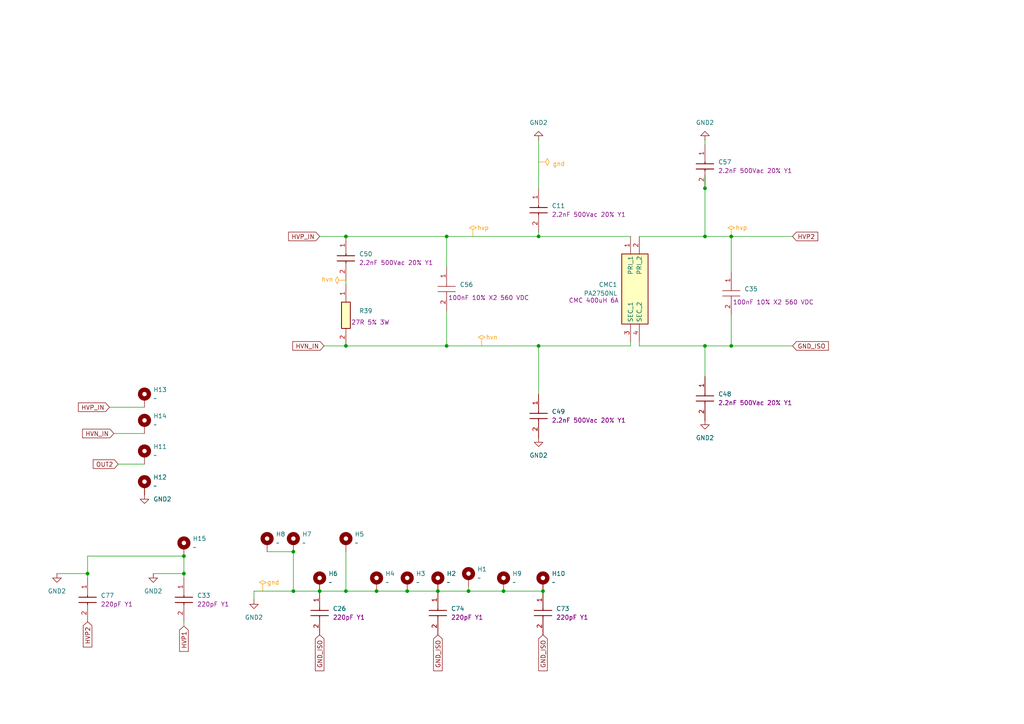
<source format=kicad_sch>
(kicad_sch (version 20250114) (generator "eeschema") (generator_version "9.0")
  (paper "A4")
  (title_block (title "LLC 400V/48V 1200W 100kHz") (date "2025-10-14") (rev "5") (company "Abdelaziz BOUZIANI"))
  (lib_symbols
    (symbol "B81123C1222M:B81123C1222M" (pin_names (hide yes))
      (property "Reference" "C" (at 8.89 6.35 0))
      (property "Value" "B81123C1222M" (at 8.89 3.81 0))
      (symbol "B81123C1222M_1_1"
        (polyline (pts (xy 5.08 0) (xy 5.588 0)) (stroke (width 0.254)))
        (polyline (pts (xy 5.588 2.54) (xy 5.588 -2.54)) (stroke (width 0.254)))
        (polyline (pts (xy 7.112 2.54) (xy 7.112 -2.54)) (stroke (width 0.254)))
        (polyline (pts (xy 7.112 0) (xy 7.62 0)) (stroke (width 0.254)))
        (pin passive line (at 0 0 0) (length 5.08) (name "1") (number "1"))
        (pin passive line (at 12.7 0 180) (length 5.08) (name "2") (number "2"))
      )
    )
    (symbol "LTR100JZPJ270:LTR100JZPJ270" (pin_names (hide yes))
      (property "Reference" "R" (at 13.97 6.35 0))
      (property "Value" "LTR100JZPJ270" (at 13.97 3.81 0))
      (symbol "LTR100JZPJ270_1_1"
        (rectangle (start 5.08 1.27) (end 12.7 -1.27) (stroke (width 0.254)) (fill (type background)))
        (pin passive line (at 0 0 0) (length 5.08) (name "1") (number "1"))
        (pin passive line (at 17.78 0 180) (length 5.08) (name "2") (number "2"))
      )
    )
    (symbol "Mechanical:MountingHole_Pad" (pin_numbers (hide yes)) (pin_names (offset 1.016) (hide yes)) (in_bom no)
      (property "Reference" "H" (at 0 6.35 0))
      (property "Value" "MountingHole_Pad" (at 0 4.445 0))
      (symbol "MountingHole_Pad_0_1"
        (circle (center 0 1.27) (radius 1.27) (stroke (width 1.27)))
      )
      (symbol "MountingHole_Pad_1_1"
        (pin input line (at 0 -2.54 90) (length 2.54) (name "1") (number "1"))
      )
    )
    (symbol "PA2750NL:PA2750NL"
      (property "Reference" "FL" (at 26.67 7.62 0))
      (property "Value" "PA2750NL" (at 26.67 5.08 0))
      (symbol "PA2750NL_1_1"
        (rectangle (start 5.08 2.54) (end 25.4 -5.08) (stroke (width 0.254)) (fill (type background)))
        (pin passive line (at 0 0 0) (length 5.08) (name "PRI_1") (number "1"))
        (pin passive line (at 0 -2.54 0) (length 5.08) (name "PRI_2") (number "2"))
        (pin passive line (at 30.48 0 180) (length 5.08) (name "SEC_1") (number "3"))
        (pin passive line (at 30.48 -2.54 180) (length 5.08) (name "SEC_2") (number "4"))
      )
    )
    (symbol "R46KI310050M1K:R46KI310050M1K" (pin_names (offset 0.762))
      (property "Reference" "C" (at 8.89 6.35 0))
      (property "Value" "R46KI310050M1K" (at 8.89 3.81 0))
      (symbol "R46KI310050M1K_0_0"
        (pin passive line (at 0 0 0) (length 5.08) (name "~") (number "1"))
        (pin passive line (at 12.7 0 180) (length 5.08) (name "~") (number "2"))
      )
      (symbol "R46KI310050M1K_0_1"
        (polyline (pts (xy 5.08 0) (xy 5.588 0)) (stroke (width 0.1524)))
        (polyline (pts (xy 5.588 2.54) (xy 5.588 -2.54)) (stroke (width 0.1524)))
        (polyline (pts (xy 7.112 2.54) (xy 7.112 -2.54)) (stroke (width 0.1524)))
        (polyline (pts (xy 7.112 0) (xy 7.62 0)) (stroke (width 0.1524)))
      )
    )
    (symbol "power:GND2" (power) (pin_numbers (hide yes)) (pin_names (offset 0) (hide yes))
      (property "Value" "GND2" (at 0 -3.81 0))
      (symbol "GND2_0_1"
        (polyline (pts (xy 0 0) (xy 0 -1.27) (xy 1.27 -1.27) (xy 0 -2.54) (xy -1.27 -1.27) (xy 0 -1.27)))
      )
      (symbol "GND2_1_1"
        (pin power_in line (at 0 0 270) (length 0) (name "~") (number "1"))
      )
    )
  )
  (junction (at 100.33 100.33))
  (junction (at 100.33 68.58))
  (junction (at 53.34 161.29))
  (junction (at 85.09 160.02))
  (junction (at 212.09 100.33))
  (junction (at 129.54 68.58))
  (junction (at 127 171.45))
  (junction (at 212.09 68.58))
  (junction (at 85.09 171.45))
  (junction (at 146.05 171.45))
  (junction (at 204.47 100.33))
  (junction (at 118.11 171.45))
  (junction (at 204.47 54.61))
  (junction (at 25.4 166.37))
  (junction (at 100.33 171.45))
  (junction (at 156.21 68.58))
  (junction (at 109.22 171.45))
  (junction (at 204.47 68.58))
  (junction (at 156.21 100.33))
  (junction (at 129.54 100.33))
  (junction (at 135.89 171.45))
  (junction (at 157.48 171.45))
  (junction (at 92.71 171.45))
  (junction (at 53.34 166.37))
  (wire (pts (xy 204.47 100.33) (xy 204.47 109.22)))
  (wire (pts (xy 16.51 166.37) (xy 25.4 166.37)))
  (wire (pts (xy 85.09 160.02) (xy 85.09 171.45)))
  (wire (pts (xy 85.09 171.45) (xy 92.71 171.45)))
  (wire (pts (xy 212.09 91.44) (xy 212.09 100.33)))
  (wire (pts (xy 100.33 160.02) (xy 100.33 171.45)))
  (wire (pts (xy 204.47 50.8) (xy 204.47 54.61)))
  (wire (pts (xy 73.66 171.45) (xy 85.09 171.45)))
  (wire (pts (xy 204.47 68.58) (xy 212.09 68.58)))
  (wire (pts (xy 100.33 100.33) (xy 129.54 100.33)))
  (wire (pts (xy 204.47 100.33) (xy 212.09 100.33)))
  (wire (pts (xy 100.33 68.58) (xy 129.54 68.58)))
  (wire (pts (xy 212.09 68.58) (xy 212.09 78.74)))
  (wire (pts (xy 156.21 40.64) (xy 156.21 54.61)))
  (wire (pts (xy 53.34 166.37) (xy 53.34 167.64)))
  (wire (pts (xy 135.89 171.45) (xy 146.05 171.45)))
  (wire (pts (xy 156.21 68.58) (xy 182.88 68.58)))
  (wire (pts (xy 92.71 68.58) (xy 100.33 68.58)))
  (wire (pts (xy 100.33 81.28) (xy 100.33 82.55)))
  (wire (pts (xy 156.21 114.3) (xy 156.21 100.33)))
  (wire (pts (xy 93.98 100.33) (xy 100.33 100.33)))
  (wire (pts (xy 73.66 171.45) (xy 73.66 173.99)))
  (wire (pts (xy 182.88 100.33) (xy 182.88 99.06)))
  (wire (pts (xy 146.05 171.45) (xy 157.48 171.45)))
  (wire (pts (xy 204.47 40.64) (xy 204.47 41.91)))
  (wire (pts (xy 34.29 134.62) (xy 41.91 134.62)))
  (wire (pts (xy 53.34 161.29) (xy 53.34 166.37)))
  (wire (pts (xy 53.34 181.61) (xy 53.34 180.34)))
  (wire (pts (xy 135.89 171.45) (xy 135.89 170.18)))
  (wire (pts (xy 92.71 171.45) (xy 100.33 171.45)))
  (wire (pts (xy 127 171.45) (xy 135.89 171.45)))
  (wire (pts (xy 25.4 161.29) (xy 53.34 161.29)))
  (wire (pts (xy 129.54 100.33) (xy 156.21 100.33)))
  (wire (pts (xy 185.42 100.33) (xy 204.47 100.33)))
  (wire (pts (xy 185.42 68.58) (xy 204.47 68.58)))
  (wire (pts (xy 44.45 166.37) (xy 53.34 166.37)))
  (wire (pts (xy 212.09 100.33) (xy 229.87 100.33)))
  (wire (pts (xy 129.54 68.58) (xy 129.54 77.47)))
  (wire (pts (xy 156.21 67.31) (xy 156.21 68.58)))
  (wire (pts (xy 31.75 118.11) (xy 41.91 118.11)))
  (wire (pts (xy 129.54 90.17) (xy 129.54 100.33)))
  (wire (pts (xy 185.42 100.33) (xy 185.42 99.06)))
  (wire (pts (xy 212.09 68.58) (xy 229.87 68.58)))
  (wire (pts (xy 118.11 171.45) (xy 127 171.45)))
  (wire (pts (xy 204.47 54.61) (xy 204.47 68.58)))
  (wire (pts (xy 129.54 68.58) (xy 156.21 68.58)))
  (wire (pts (xy 156.21 100.33) (xy 182.88 100.33)))
  (wire (pts (xy 100.33 171.45) (xy 109.22 171.45)))
  (wire (pts (xy 77.47 160.02) (xy 85.09 160.02)))
  (wire (pts (xy 25.4 161.29) (xy 25.4 166.37)))
  (wire (pts (xy 109.22 171.45) (xy 118.11 171.45)))
  (wire (pts (xy 33.02 125.73) (xy 41.91 125.73)))
  (wire (pts (xy 25.4 166.37) (xy 25.4 167.64)))
  (global_label "HVP2" (shape input) (at 25.4 180.34 270) (property "Intersheetrefs" "${INTERSHEET_REFS}" (effects (hide yes))))
  (global_label "HVP_IN" (shape input) (at 31.75 118.11 180) (property "Intersheetrefs" "${INTERSHEET_REFS}" (effects (hide yes))))
  (global_label "HVN_IN" (shape input) (at 93.98 100.33 180) (property "Intersheetrefs" "${INTERSHEET_REFS}" (effects (hide yes))))
  (global_label "GND_ISO" (shape input) (at 157.48 184.15 270) (property "Intersheetrefs" "${INTERSHEET_REFS}" (effects (hide yes))))
  (global_label "GND_ISO" (shape input) (at 92.71 184.15 270) (property "Intersheetrefs" "${INTERSHEET_REFS}" (effects (hide yes))))
  (global_label "HVP2" (shape input) (at 229.87 68.58 0) (property "Intersheetrefs" "${INTERSHEET_REFS}" (effects (hide yes))))
  (global_label "HVP1" (shape input) (at 53.34 181.61 270) (property "Intersheetrefs" "${INTERSHEET_REFS}" (effects (hide yes))))
  (global_label "OUT2" (shape input) (at 34.29 134.62 180) (property "Intersheetrefs" "${INTERSHEET_REFS}" (effects (hide yes))))
  (global_label "GND_ISO" (shape input) (at 127 184.15 270) (property "Intersheetrefs" "${INTERSHEET_REFS}" (effects (hide yes))))
  (global_label "HVP_IN" (shape input) (at 92.71 68.58 180) (property "Intersheetrefs" "${INTERSHEET_REFS}" (effects (hide yes))))
  (global_label "HVN_IN" (shape input) (at 33.02 125.73 180) (property "Intersheetrefs" "${INTERSHEET_REFS}" (effects (hide yes))))
  (global_label "GND_ISO" (shape input) (at 229.87 100.33 0) (property "Intersheetrefs" "${INTERSHEET_REFS}" (effects (hide yes))))
  (netclass_flag "" (length 2.54) (shape diamond) (at 212.09 68.58 0) (property "Netclass" "hvp" (at 213.2965 66.04 0) (effects (justify left))))
  (netclass_flag "" (length 2.54) (shape diamond) (at 137.16 68.58 0) (property "Netclass" "hvp" (at 138.3665 66.04 0) (effects (justify left))))
  (netclass_flag "" (length 2.54) (shape diamond) (at 76.2 171.45 0) (property "Netclass" "gnd" (at 77.4065 168.91 0) (effects (justify left))))
  (netclass_flag "" (length 2.54) (shape diamond) (at 156.21 46.99 270) (property "Netclass" "gnd" (at 160.274 47.498 0) (effects (justify left))))
  (netclass_flag "" (length 2.54) (shape diamond) (at 139.7 100.33 0) (property "Netclass" "hvn" (at 140.9065 97.79 0) (effects (justify left))))
  (netclass_flag "" (length 2.54) (shape diamond) (at 100.33 81.28 90) (property "Netclass" "hvn" (at 93.218 81.026 0) (effects (justify left))))
  (symbol (lib_id "B81123C1222M:B81123C1222M") (at 204.47 41.91 270) (unit 1)
    (property "Reference" "C57" (at 208.28 46.9899 90) (effects (justify left)))
    (property "Value" "B81123C1222M" (effects (hide yes)))
    (property "Footprint" "B81123C1222M:B81123C1222M" (effects (hide yes)))
    (property "Datasheet" "https://en.tdk-electronics.tdk.com/inf/20/20/db/fc_2009/Y1_B81123.pdf" (effects (hide yes)))
    (property "Description" "2.2nF 500Vac 20% Y1" (at 208.28 49.5299 90) (effects (justify left)))
    (property "Height" "12.5" (effects (hide yes)))
    (property "Mouser Part Number" "871-B81123C1222M" (effects (hide yes)))
    (property "Mouser Price/Stock" "https://www.mouser.co.uk/ProductDetail/EPCOS-TDK/B81123C1222M?qs=Gus83tocK7veFAufT0DP%2FQ%3D%3D" (effects (hide yes)))
    (property "Manufacturer_Name" "TDK" (effects (hide yes)))
    (property "Manufacturer_Part_Number" "B81123C1222M" (effects (hide yes)))
  )
  (symbol (lib_id "Mechanical:MountingHole_Pad") (at 41.91 115.57 0) (unit 1) (in_bom no)
    (property "Reference" "H13" (at 44.45 113.0299 0) (effects (justify left)))
    (property "Value" "~" (at 44.45 115.5699 0) (effects (justify left)))
    (property "Footprint" "MountingHole:MountingHole_4.5mm_Pad_Via" (effects (hide yes)))
    (property "Description" "Mounting Hole with connection" (effects (hide yes)))
  )
  (symbol (lib_id "B81123C1222M:B81123C1222M") (at 53.34 167.64 270) (unit 1)
    (property "Reference" "C33" (at 57.15 172.7199 90) (effects (justify left)))
    (property "Value" "VY1221K31Y5SQ6TV0" (effects (hide yes)))
    (property "Footprint" "Capacitor_THT:C_Disc_D7.5mm_W5.0mm_P10.00mm" (effects (hide yes)))
    (property "Datasheet" "https://www.vishay.com/docs/28537/vy1series.pdf" (effects (hide yes)))
    (property "Description" "220pF Y1" (at 57.15 175.2599 90) (effects (justify left)))
    (property "Height" "8" (effects (hide yes)))
    (property "Mouser Part Number" "72-VY1221K31Y5SQ6TV0" (effects (hide yes)))
    (property "Manufacturer_Name" "Vishay" (effects (hide yes)))
  )
  (symbol (lib_id "power:GND2") (at 204.47 40.64 0) (mirror x) (unit 1)
    (property "Reference" "#PWR048" (effects (hide yes)))
    (property "Value" "GND2" (at 204.47 35.56 0))
    (property "Description" "Power symbol creates a global label with name \"GND2\" , ground" (effects (hide yes)))
  )
  (symbol (lib_id "Mechanical:MountingHole_Pad") (at 127 168.91 0) (unit 1) (in_bom no)
    (property "Reference" "H2" (at 129.54 166.3699 0) (effects (justify left)))
    (property "Value" "~" (at 129.54 168.9099 0) (effects (justify left)))
    (property "Footprint" "MountingHole:MountingHole_2.7mm_M2.5_Pad_Via" (effects (hide yes)))
    (property "Description" "Mounting Hole with connection" (effects (hide yes)))
  )
  (symbol (lib_id "B81123C1222M:B81123C1222M") (at 204.47 109.22 270) (unit 1)
    (property "Reference" "C48" (at 208.28 114.2999 90) (effects (justify left)))
    (property "Value" "B81123C1222M" (effects (hide yes)))
    (property "Footprint" "B81123C1222M:B81123C1222M" (effects (hide yes)))
    (property "Datasheet" "https://en.tdk-electronics.tdk.com/inf/20/20/db/fc_2009/Y1_B81123.pdf" (effects (hide yes)))
    (property "Description" "2.2nF 500Vac 20% Y1" (at 208.28 116.8399 90) (effects (justify left)))
    (property "Height" "12.5" (effects (hide yes)))
    (property "Mouser Part Number" "871-B81123C1222M" (effects (hide yes)))
    (property "Mouser Price/Stock" "https://www.mouser.co.uk/ProductDetail/EPCOS-TDK/B81123C1222M?qs=Gus83tocK7veFAufT0DP%2FQ%3D%3D" (effects (hide yes)))
    (property "Manufacturer_Name" "TDK" (effects (hide yes)))
    (property "Manufacturer_Part_Number" "B81123C1222M" (effects (hide yes)))
  )
  (symbol (lib_id "Mechanical:MountingHole_Pad") (at 77.47 157.48 0) (unit 1) (in_bom no)
    (property "Reference" "H8" (at 80.01 154.9399 0) (effects (justify left)))
    (property "Value" "~" (at 80.01 157.4799 0) (effects (justify left)))
    (property "Footprint" "MountingHole:MountingHole_2.7mm_M2.5" (effects (hide yes)))
    (property "Description" "Mounting Hole with connection" (effects (hide yes)))
  )
  (symbol (lib_id "PA2750NL:PA2750NL") (at 182.88 68.58 90) (mirror x) (unit 1)
    (property "Reference" "CMC1" (at 179.07 82.5499 90) (effects (justify left)))
    (property "Value" "PA2750NL" (at 179.07 85.0899 90) (effects (justify left)))
    (property "Footprint" "PA2750NL:PA2750NL" (effects (hide yes)))
    (property "Datasheet" "https://www.arrow.com/en/products/pa2750nl/pulse-electronics-corporation" (effects (hide yes)))
    (property "Description" "CMC 400uH 6A" (at 172.212 87.122 90))
    (property "Height" "10" (effects (hide yes)))
    (property "Mouser Part Number" "673-PA2750NL" (effects (hide yes)))
    (property "Mouser Price/Stock" "https://www.mouser.co.uk/ProductDetail/Pulse-Electronics/PA2750NL?qs=%252BUGZmmosPSKMfqU1auiJGA%3D%3D" (effects (hide yes)))
    (property "Manufacturer_Name" "PULSE" (effects (hide yes)))
    (property "Manufacturer_Part_Number" "PA2750NL" (effects (hide yes)))
  )
  (symbol (lib_id "Mechanical:MountingHole_Pad") (at 146.05 168.91 0) (unit 1) (in_bom no)
    (property "Reference" "H9" (at 148.59 166.3699 0) (effects (justify left)))
    (property "Value" "~" (at 148.59 168.9099 0) (effects (justify left)))
    (property "Footprint" "MountingHole:MountingHole_2.7mm_M2.5_Pad_Via" (effects (hide yes)))
    (property "Description" "Mounting Hole with connection" (effects (hide yes)))
  )
  (symbol (lib_id "Mechanical:MountingHole_Pad") (at 41.91 132.08 0) (unit 1) (in_bom no)
    (property "Reference" "H11" (at 44.45 129.5399 0) (effects (justify left)))
    (property "Value" "~" (at 44.45 132.0799 0) (effects (justify left)))
    (property "Footprint" "MountingHole:MountingHole_4.5mm_Pad_Via" (effects (hide yes)))
    (property "Description" "Mounting Hole with connection" (effects (hide yes)))
  )
  (symbol (lib_id "Mechanical:MountingHole_Pad") (at 92.71 168.91 0) (unit 1) (in_bom no)
    (property "Reference" "H6" (at 95.25 166.3699 0) (effects (justify left)))
    (property "Value" "~" (at 95.25 168.9099 0) (effects (justify left)))
    (property "Footprint" "MountingHole:MountingHole_2.7mm_M2.5_Pad_Via" (effects (hide yes)))
    (property "Description" "Mounting Hole with connection" (effects (hide yes)))
  )
  (symbol (lib_id "B81123C1222M:B81123C1222M") (at 156.21 54.61 270) (unit 1)
    (property "Reference" "C11" (at 160.02 59.6899 90) (effects (justify left)))
    (property "Value" "B81123C1222M" (effects (hide yes)))
    (property "Footprint" "B81123C1222M:B81123C1222M" (effects (hide yes)))
    (property "Datasheet" "https://en.tdk-electronics.tdk.com/inf/20/20/db/fc_2009/Y1_B81123.pdf" (effects (hide yes)))
    (property "Description" "2.2nF 500Vac 20% Y1" (at 160.02 62.2299 90) (effects (justify left)))
    (property "Height" "12.5" (effects (hide yes)))
    (property "Mouser Part Number" "871-B81123C1222M" (effects (hide yes)))
    (property "Mouser Price/Stock" "https://www.mouser.co.uk/ProductDetail/EPCOS-TDK/B81123C1222M?qs=Gus83tocK7veFAufT0DP%2FQ%3D%3D" (effects (hide yes)))
    (property "Manufacturer_Name" "TDK" (effects (hide yes)))
    (property "Manufacturer_Part_Number" "B81123C1222M" (effects (hide yes)))
  )
  (symbol (lib_id "B81123C1222M:B81123C1222M") (at 156.21 114.3 270) (unit 1)
    (property "Reference" "C49" (at 160.02 119.3799 90) (effects (justify left)))
    (property "Value" "B81123C1222M" (effects (hide yes)))
    (property "Footprint" "B81123C1222M:B81123C1222M" (effects (hide yes)))
    (property "Datasheet" "https://en.tdk-electronics.tdk.com/inf/20/20/db/fc_2009/Y1_B81123.pdf" (effects (hide yes)))
    (property "Description" "2.2nF 500Vac 20% Y1" (at 160.02 121.9199 90) (effects (justify left)))
    (property "Height" "12.5" (effects (hide yes)))
    (property "Mouser Part Number" "871-B81123C1222M" (effects (hide yes)))
    (property "Mouser Price/Stock" "https://www.mouser.co.uk/ProductDetail/EPCOS-TDK/B81123C1222M?qs=Gus83tocK7veFAufT0DP%2FQ%3D%3D" (effects (hide yes)))
    (property "Manufacturer_Name" "TDK" (effects (hide yes)))
    (property "Manufacturer_Part_Number" "B81123C1222M" (effects (hide yes)))
  )
  (symbol (lib_id "power:GND2") (at 41.91 143.51 0) (unit 1)
    (property "Reference" "#PWR026" (effects (hide yes)))
    (property "Value" "GND2" (at 44.45 144.7799 0) (effects (justify left)))
    (property "Description" "Power symbol creates a global label with name \"GND2\" , ground" (effects (hide yes)))
  )
  (symbol (lib_id "power:GND2") (at 156.21 127 0) (unit 1)
    (property "Reference" "#PWR044" (effects (hide yes)))
    (property "Value" "GND2" (at 156.21 132.08 0))
    (property "Description" "Power symbol creates a global label with name \"GND2\" , ground" (effects (hide yes)))
  )
  (symbol (lib_id "power:GND2") (at 156.21 40.64 0) (mirror x) (unit 1)
    (property "Reference" "#PWR047" (effects (hide yes)))
    (property "Value" "GND2" (at 156.21 35.56 0))
    (property "Description" "Power symbol creates a global label with name \"GND2\" , ground" (effects (hide yes)))
  )
  (symbol (lib_id "B81123C1222M:B81123C1222M") (at 127 171.45 270) (unit 1)
    (property "Reference" "C74" (at 130.81 176.5299 90) (effects (justify left)))
    (property "Value" "VY1221K31Y5SQ6TV0" (effects (hide yes)))
    (property "Footprint" "Capacitor_THT:C_Disc_D7.5mm_W5.0mm_P10.00mm" (effects (hide yes)))
    (property "Datasheet" "https://www.vishay.com/docs/28537/vy1series.pdf" (effects (hide yes)))
    (property "Description" "220pF Y1" (at 130.81 179.0699 90) (effects (justify left)))
    (property "Height" "8" (effects (hide yes)))
    (property "Mouser Part Number" "72-VY1221K31Y5SQ6TV0" (effects (hide yes)))
    (property "Manufacturer_Name" "Vishay" (effects (hide yes)))
  )
  (symbol (lib_id "LTR100JZPJ270:LTR100JZPJ270") (at 100.33 82.55 270) (unit 1)
    (property "Reference" "R39" (at 104.14 90.1699 90) (effects (justify left)))
    (property "Value" "LTR100JZPJ270" (effects (hide yes)))
    (property "Footprint" "LTR100JZPJ270:RESC3264X70N" (effects (hide yes)))
    (property "Datasheet" "https://fscdn.rohm.com/jp/products/databook/datasheet/passive/resistor/chip_resistor/ltr-j.pdf" (effects (hide yes)))
    (property "Description" "27R 5% 3W" (at 107.442 93.472 90))
    (property "Height" "0.7" (effects (hide yes)))
    (property "Mouser Part Number" "755-LTR100JZPJ270" (effects (hide yes)))
    (property "Mouser Price/Stock" "https://www.mouser.co.uk/ProductDetail/ROHM-Semiconductor/LTR100JZPJ270?qs=rQFj71Wb1eXV0Qkg%2F%252B7akg%3D%3D" (effects (hide yes)))
    (property "Manufacturer_Name" "ROHM Semiconductor" (effects (hide yes)))
    (property "Manufacturer_Part_Number" "LTR100JZPJ270" (effects (hide yes)))
  )
  (symbol (lib_id "power:GND2") (at 16.51 166.37 0) (unit 1)
    (property "Reference" "#PWR036" (effects (hide yes)))
    (property "Value" "GND2" (at 16.51 171.45 0))
    (property "Description" "Power symbol creates a global label with name \"GND2\" , ground" (effects (hide yes)))
  )
  (symbol (lib_id "Mechanical:MountingHole_Pad") (at 118.11 168.91 0) (unit 1) (in_bom no)
    (property "Reference" "H3" (at 120.65 166.3699 0) (effects (justify left)))
    (property "Value" "~" (at 120.65 168.9099 0) (effects (justify left)))
    (property "Footprint" "MountingHole:MountingHole_2.7mm_M2.5_Pad_Via" (effects (hide yes)))
    (property "Description" "Mounting Hole with connection" (effects (hide yes)))
  )
  (symbol (lib_id "Mechanical:MountingHole_Pad") (at 135.89 167.64 0) (unit 1) (in_bom no)
    (property "Reference" "H1" (at 138.43 165.0999 0) (effects (justify left)))
    (property "Value" "~" (at 138.43 167.6399 0) (effects (justify left)))
    (property "Footprint" "MountingHole:MountingHole_2.7mm_M2.5_Pad_Via" (effects (hide yes)))
    (property "Description" "Mounting Hole with connection" (effects (hide yes)))
  )
  (symbol (lib_id "power:GND2") (at 204.47 121.92 0) (unit 1)
    (property "Reference" "#PWR046" (effects (hide yes)))
    (property "Value" "GND2" (at 204.47 127 0))
    (property "Description" "Power symbol creates a global label with name \"GND2\" , ground" (effects (hide yes)))
  )
  (symbol (lib_id "Mechanical:MountingHole_Pad") (at 85.09 157.48 0) (unit 1) (in_bom no)
    (property "Reference" "H7" (at 87.63 154.9399 0) (effects (justify left)))
    (property "Value" "~" (at 87.63 157.4799 0) (effects (justify left)))
    (property "Footprint" "MountingHole:MountingHole_2.7mm_M2.5" (effects (hide yes)))
    (property "Description" "Mounting Hole with connection" (effects (hide yes)))
  )
  (symbol (lib_id "R46KI310050M1K:R46KI310050M1K") (at 129.54 77.47 270) (unit 1)
    (property "Reference" "C56" (at 133.35 82.5499 90) (effects (justify left)))
    (property "Value" "R46KI310050M1K" (effects (hide yes)))
    (property "Footprint" "R46KI310050M1K:R46KI310050M1K" (effects (hide yes)))
    (property "Datasheet" "https://search.kemet.com/component-documentation/download/specsheet/R46KI310050M1K" (effects (hide yes)))
    (property "Description" "100nF 10% X2 560 VDC" (at 141.732 86.36 90))
    (property "Height" "11.1" (effects (hide yes)))
    (property "Mouser Part Number" "80-R46KI310050M1K" (effects (hide yes)))
    (property "Mouser Price/Stock" "https://www.mouser.co.uk/ProductDetail/KEMET/R46KI310050M1K/?qs=D0iH%252BVFiYPMp3c4CZzIXlA%3D%3D" (effects (hide yes)))
    (property "Manufacturer_Name" "KEMET" (effects (hide yes)))
    (property "Manufacturer_Part_Number" "R46KI310050M1K" (effects (hide yes)))
    (property "Field10" "R46 275 VAC, Film, Metallized Polypropylene, Safety, 0.1 uF, 10%, 275 VAC (X2), 560 VDC, 110C, 15mm" (effects (hide yes)))
  )
  (symbol (lib_id "Mechanical:MountingHole_Pad") (at 109.22 168.91 0) (unit 1) (in_bom no)
    (property "Reference" "H4" (at 111.76 166.3699 0) (effects (justify left)))
    (property "Value" "~" (at 111.76 168.9099 0) (effects (justify left)))
    (property "Footprint" "MountingHole:MountingHole_2.7mm_M2.5_Pad_Via" (effects (hide yes)))
    (property "Description" "Mounting Hole with connection" (effects (hide yes)))
  )
  (symbol (lib_id "Mechanical:MountingHole_Pad") (at 53.34 158.75 0) (unit 1) (in_bom no)
    (property "Reference" "H15" (at 55.88 156.2099 0) (effects (justify left)))
    (property "Value" "~" (at 55.88 158.7499 0) (effects (justify left)))
    (property "Footprint" "MountingHole:MountingHole_2.7mm_M2.5_Pad_Via" (effects (hide yes)))
    (property "Description" "Mounting Hole with connection" (effects (hide yes)))
  )
  (symbol (lib_id "B81123C1222M:B81123C1222M") (at 157.48 171.45 270) (unit 1)
    (property "Reference" "C73" (at 161.29 176.5299 90) (effects (justify left)))
    (property "Value" "VY1221K31Y5SQ6TV0" (effects (hide yes)))
    (property "Footprint" "Capacitor_THT:C_Disc_D7.5mm_W5.0mm_P10.00mm" (effects (hide yes)))
    (property "Datasheet" "https://www.vishay.com/docs/28537/vy1series.pdf" (effects (hide yes)))
    (property "Description" "220pF Y1" (at 161.29 179.0699 90) (effects (justify left)))
    (property "Height" "8" (effects (hide yes)))
    (property "Mouser Part Number" "72-VY1221K31Y5SQ6TV0" (effects (hide yes)))
    (property "Manufacturer_Name" "Vishay" (effects (hide yes)))
  )
  (symbol (lib_id "Mechanical:MountingHole_Pad") (at 100.33 157.48 0) (unit 1) (in_bom no)
    (property "Reference" "H5" (at 102.87 154.9399 0) (effects (justify left)))
    (property "Value" "~" (at 102.87 157.4799 0) (effects (justify left)))
    (property "Footprint" "MountingHole:MountingHole_2.7mm_M2.5" (effects (hide yes)))
    (property "Description" "Mounting Hole with connection" (effects (hide yes)))
  )
  (symbol (lib_id "B81123C1222M:B81123C1222M") (at 92.71 171.45 270) (unit 1)
    (property "Reference" "C26" (at 96.52 176.5299 90) (effects (justify left)))
    (property "Value" "VY1221K31Y5SQ6TV0" (effects (hide yes)))
    (property "Footprint" "Capacitor_THT:C_Disc_D7.5mm_W5.0mm_P10.00mm" (effects (hide yes)))
    (property "Datasheet" "https://www.vishay.com/docs/28537/vy1series.pdf" (effects (hide yes)))
    (property "Description" "220pF Y1" (at 96.52 179.0699 90) (effects (justify left)))
    (property "Height" "8" (effects (hide yes)))
    (property "Mouser Part Number" "72-VY1221K31Y5SQ6TV0" (effects (hide yes)))
    (property "Manufacturer_Name" "Vishay" (effects (hide yes)))
  )
  (symbol (lib_id "R46KI310050M1K:R46KI310050M1K") (at 212.09 78.74 270) (unit 1)
    (property "Reference" "C35" (at 215.9 83.8199 90) (effects (justify left)))
    (property "Value" "R46KI310050M1K" (effects (hide yes)))
    (property "Footprint" "R46KI310050M1K:R46KI310050M1K" (effects (hide yes)))
    (property "Datasheet" "https://search.kemet.com/component-documentation/download/specsheet/R46KI310050M1K" (effects (hide yes)))
    (property "Description" "100nF 10% X2 560 VDC" (at 224.282 87.63 90))
    (property "Height" "11.1" (effects (hide yes)))
    (property "Mouser Part Number" "80-R46KI310050M1K" (effects (hide yes)))
    (property "Mouser Price/Stock" "https://www.mouser.co.uk/ProductDetail/KEMET/R46KI310050M1K/?qs=D0iH%252BVFiYPMp3c4CZzIXlA%3D%3D" (effects (hide yes)))
    (property "Manufacturer_Name" "KEMET" (effects (hide yes)))
    (property "Manufacturer_Part_Number" "R46KI310050M1K" (effects (hide yes)))
    (property "Field10" "R46 275 VAC, Film, Metallized Polypropylene, Safety, 0.1 uF, 10%, 275 VAC (X2), 560 VDC, 110C, 15mm" (effects (hide yes)))
  )
  (symbol (lib_id "power:GND2") (at 44.45 166.37 0) (unit 1)
    (property "Reference" "#PWR033" (effects (hide yes)))
    (property "Value" "GND2" (at 44.45 171.45 0))
    (property "Description" "Power symbol creates a global label with name \"GND2\" , ground" (effects (hide yes)))
  )
  (symbol (lib_id "B81123C1222M:B81123C1222M") (at 100.33 68.58 270) (unit 1)
    (property "Reference" "C50" (at 104.14 73.6599 90) (effects (justify left)))
    (property "Value" "B81123C1222M" (effects (hide yes)))
    (property "Footprint" "B81123C1222M:B81123C1222M" (effects (hide yes)))
    (property "Datasheet" "https://en.tdk-electronics.tdk.com/inf/20/20/db/fc_2009/Y1_B81123.pdf" (effects (hide yes)))
    (property "Description" "2.2nF 500Vac 20% Y1" (at 104.14 76.1999 90) (effects (justify left)))
    (property "Height" "12.5" (effects (hide yes)))
    (property "Mouser Part Number" "871-B81123C1222M" (effects (hide yes)))
    (property "Mouser Price/Stock" "https://www.mouser.co.uk/ProductDetail/EPCOS-TDK/B81123C1222M?qs=Gus83tocK7veFAufT0DP%2FQ%3D%3D" (effects (hide yes)))
    (property "Manufacturer_Name" "TDK" (effects (hide yes)))
    (property "Manufacturer_Part_Number" "B81123C1222M" (effects (hide yes)))
  )
  (symbol (lib_id "Mechanical:MountingHole_Pad") (at 157.48 168.91 0) (unit 1) (in_bom no)
    (property "Reference" "H10" (at 160.02 166.3699 0) (effects (justify left)))
    (property "Value" "~" (at 160.02 168.9099 0) (effects (justify left)))
    (property "Footprint" "MountingHole:MountingHole_2.7mm_M2.5_Pad_Via" (effects (hide yes)))
    (property "Description" "Mounting Hole with connection" (effects (hide yes)))
  )
  (symbol (lib_id "Mechanical:MountingHole_Pad") (at 41.91 140.97 0) (unit 1) (in_bom no)
    (property "Reference" "H12" (at 44.45 138.4299 0) (effects (justify left)))
    (property "Value" "~" (at 44.45 140.9699 0) (effects (justify left)))
    (property "Footprint" "MountingHole:MountingHole_4.5mm_Pad_Via" (effects (hide yes)))
    (property "Description" "Mounting Hole with connection" (effects (hide yes)))
  )
  (symbol (lib_id "power:GND2") (at 73.66 173.99 0) (unit 1)
    (property "Reference" "#PWR032" (effects (hide yes)))
    (property "Value" "GND2" (at 73.66 179.07 0))
    (property "Description" "Power symbol creates a global label with name \"GND2\" , ground" (effects (hide yes)))
  )
  (symbol (lib_id "Mechanical:MountingHole_Pad") (at 41.91 123.19 0) (unit 1) (in_bom no)
    (property "Reference" "H14" (at 44.45 120.6499 0) (effects (justify left)))
    (property "Value" "~" (at 44.45 123.1899 0) (effects (justify left)))
    (property "Footprint" "MountingHole:MountingHole_4.5mm_Pad_Via" (effects (hide yes)))
    (property "Description" "Mounting Hole with connection" (effects (hide yes)))
  )
  (symbol (lib_id "B81123C1222M:B81123C1222M") (at 25.4 167.64 270) (unit 1)
    (property "Reference" "C77" (at 29.21 172.7199 90) (effects (justify left)))
    (property "Value" "VY1221K31Y5SQ6TV0" (effects (hide yes)))
    (property "Footprint" "Capacitor_THT:C_Disc_D7.5mm_W5.0mm_P10.00mm" (effects (hide yes)))
    (property "Datasheet" "https://www.vishay.com/docs/28537/vy1series.pdf" (effects (hide yes)))
    (property "Description" "220pF Y1" (at 29.21 175.2599 90) (effects (justify left)))
    (property "Height" "8" (effects (hide yes)))
    (property "Mouser Part Number" "72-VY1221K31Y5SQ6TV0" (effects (hide yes)))
    (property "Manufacturer_Name" "Vishay" (effects (hide yes)))
  )
)
</source>
